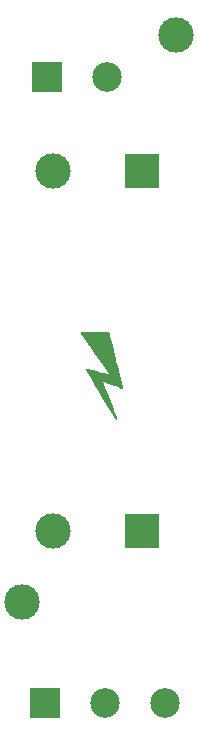
<source format=gbr>
%TF.GenerationSoftware,KiCad,Pcbnew,(6.0.6)*%
%TF.CreationDate,2023-06-07T09:40:16+01:00*%
%TF.ProjectId,DC_DC_Controller,44435f44-435f-4436-9f6e-74726f6c6c65,rev?*%
%TF.SameCoordinates,Original*%
%TF.FileFunction,Soldermask,Bot*%
%TF.FilePolarity,Negative*%
%FSLAX46Y46*%
G04 Gerber Fmt 4.6, Leading zero omitted, Abs format (unit mm)*
G04 Created by KiCad (PCBNEW (6.0.6)) date 2023-06-07 09:40:16*
%MOMM*%
%LPD*%
G01*
G04 APERTURE LIST*
%ADD10C,0.010000*%
%ADD11C,3.000000*%
%ADD12R,2.499360X2.499360*%
%ADD13C,2.499360*%
%ADD14R,3.000000X3.000000*%
G04 APERTURE END LIST*
%TO.C,J3*%
G36*
X153798069Y-98269082D02*
G01*
X153816274Y-98340273D01*
X153852835Y-98485225D01*
X153905650Y-98695542D01*
X153972618Y-98962826D01*
X154051637Y-99278682D01*
X154140605Y-99634712D01*
X154237421Y-100022520D01*
X154339983Y-100433709D01*
X154372878Y-100565665D01*
X154476052Y-100979276D01*
X154573562Y-101369562D01*
X154663397Y-101728515D01*
X154743545Y-102048126D01*
X154811994Y-102320387D01*
X154866734Y-102537289D01*
X154905752Y-102690824D01*
X154927037Y-102772984D01*
X154929911Y-102783346D01*
X154936706Y-102817532D01*
X154926929Y-102837650D01*
X154891968Y-102841065D01*
X154823214Y-102825144D01*
X154712056Y-102787252D01*
X154549885Y-102724754D01*
X154328089Y-102635015D01*
X154038059Y-102515402D01*
X153992478Y-102496520D01*
X153757307Y-102399847D01*
X153550456Y-102316299D01*
X153383994Y-102250630D01*
X153269990Y-102207591D01*
X153220512Y-102191934D01*
X153219470Y-102192134D01*
X153231455Y-102232825D01*
X153270632Y-102343239D01*
X153333561Y-102514170D01*
X153416798Y-102736413D01*
X153516903Y-103000762D01*
X153630434Y-103298010D01*
X153720761Y-103532950D01*
X153896176Y-103988349D01*
X154043113Y-104370793D01*
X154163784Y-104686235D01*
X154260398Y-104940632D01*
X154335165Y-105139938D01*
X154390295Y-105290106D01*
X154427999Y-105397093D01*
X154450487Y-105466851D01*
X154459968Y-105505336D01*
X154458653Y-105518503D01*
X154457795Y-105518665D01*
X154423472Y-105487367D01*
X154377255Y-105423415D01*
X154256399Y-105233286D01*
X154109775Y-104998203D01*
X153941882Y-104725724D01*
X153757220Y-104423411D01*
X153560288Y-104098821D01*
X153355586Y-103759513D01*
X153147614Y-103413047D01*
X152940870Y-103066982D01*
X152739855Y-102728877D01*
X152549068Y-102406291D01*
X152373009Y-102106783D01*
X152216177Y-101837913D01*
X152083071Y-101607239D01*
X151978192Y-101422320D01*
X151906038Y-101290717D01*
X151871109Y-101219986D01*
X151869104Y-101209783D01*
X151923173Y-101217425D01*
X152046788Y-101245330D01*
X152228088Y-101290484D01*
X152455214Y-101349876D01*
X152716306Y-101420492D01*
X152910706Y-101474366D01*
X153185692Y-101551177D01*
X153432236Y-101619793D01*
X153639080Y-101677102D01*
X153794967Y-101719990D01*
X153888639Y-101745346D01*
X153911222Y-101750999D01*
X153890131Y-101717325D01*
X153825143Y-101620621D01*
X153720708Y-101467359D01*
X153581279Y-101264014D01*
X153411306Y-101017059D01*
X153215240Y-100732969D01*
X152997531Y-100418216D01*
X152762632Y-100079275D01*
X152677060Y-99955958D01*
X152436640Y-99609125D01*
X152211483Y-99283391D01*
X152006104Y-98985349D01*
X151825013Y-98721592D01*
X151672725Y-98498713D01*
X151553751Y-98323303D01*
X151472605Y-98201956D01*
X151433798Y-98141265D01*
X151431051Y-98135624D01*
X151471581Y-98129014D01*
X151585962Y-98123049D01*
X151763378Y-98117963D01*
X151993015Y-98113993D01*
X152264057Y-98111373D01*
X152565688Y-98110339D01*
X152593586Y-98110332D01*
X153756121Y-98110332D01*
X153798069Y-98269082D01*
G37*
D10*
X153798069Y-98269082D02*
X153816274Y-98340273D01*
X153852835Y-98485225D01*
X153905650Y-98695542D01*
X153972618Y-98962826D01*
X154051637Y-99278682D01*
X154140605Y-99634712D01*
X154237421Y-100022520D01*
X154339983Y-100433709D01*
X154372878Y-100565665D01*
X154476052Y-100979276D01*
X154573562Y-101369562D01*
X154663397Y-101728515D01*
X154743545Y-102048126D01*
X154811994Y-102320387D01*
X154866734Y-102537289D01*
X154905752Y-102690824D01*
X154927037Y-102772984D01*
X154929911Y-102783346D01*
X154936706Y-102817532D01*
X154926929Y-102837650D01*
X154891968Y-102841065D01*
X154823214Y-102825144D01*
X154712056Y-102787252D01*
X154549885Y-102724754D01*
X154328089Y-102635015D01*
X154038059Y-102515402D01*
X153992478Y-102496520D01*
X153757307Y-102399847D01*
X153550456Y-102316299D01*
X153383994Y-102250630D01*
X153269990Y-102207591D01*
X153220512Y-102191934D01*
X153219470Y-102192134D01*
X153231455Y-102232825D01*
X153270632Y-102343239D01*
X153333561Y-102514170D01*
X153416798Y-102736413D01*
X153516903Y-103000762D01*
X153630434Y-103298010D01*
X153720761Y-103532950D01*
X153896176Y-103988349D01*
X154043113Y-104370793D01*
X154163784Y-104686235D01*
X154260398Y-104940632D01*
X154335165Y-105139938D01*
X154390295Y-105290106D01*
X154427999Y-105397093D01*
X154450487Y-105466851D01*
X154459968Y-105505336D01*
X154458653Y-105518503D01*
X154457795Y-105518665D01*
X154423472Y-105487367D01*
X154377255Y-105423415D01*
X154256399Y-105233286D01*
X154109775Y-104998203D01*
X153941882Y-104725724D01*
X153757220Y-104423411D01*
X153560288Y-104098821D01*
X153355586Y-103759513D01*
X153147614Y-103413047D01*
X152940870Y-103066982D01*
X152739855Y-102728877D01*
X152549068Y-102406291D01*
X152373009Y-102106783D01*
X152216177Y-101837913D01*
X152083071Y-101607239D01*
X151978192Y-101422320D01*
X151906038Y-101290717D01*
X151871109Y-101219986D01*
X151869104Y-101209783D01*
X151923173Y-101217425D01*
X152046788Y-101245330D01*
X152228088Y-101290484D01*
X152455214Y-101349876D01*
X152716306Y-101420492D01*
X152910706Y-101474366D01*
X153185692Y-101551177D01*
X153432236Y-101619793D01*
X153639080Y-101677102D01*
X153794967Y-101719990D01*
X153888639Y-101745346D01*
X153911222Y-101750999D01*
X153890131Y-101717325D01*
X153825143Y-101620621D01*
X153720708Y-101467359D01*
X153581279Y-101264014D01*
X153411306Y-101017059D01*
X153215240Y-100732969D01*
X152997531Y-100418216D01*
X152762632Y-100079275D01*
X152677060Y-99955958D01*
X152436640Y-99609125D01*
X152211483Y-99283391D01*
X152006104Y-98985349D01*
X151825013Y-98721592D01*
X151672725Y-98498713D01*
X151553751Y-98323303D01*
X151472605Y-98201956D01*
X151433798Y-98141265D01*
X151431051Y-98135624D01*
X151471581Y-98129014D01*
X151585962Y-98123049D01*
X151763378Y-98117963D01*
X151993015Y-98113993D01*
X152264057Y-98111373D01*
X152565688Y-98110339D01*
X152593586Y-98110332D01*
X153756121Y-98110332D01*
X153798069Y-98269082D01*
%TD*%
D11*
%TO.C,J2*%
X146500000Y-121000000D03*
X159500000Y-73000000D03*
%TD*%
D12*
%TO.C,J1*%
X148420000Y-129500000D03*
D13*
X153500000Y-129500000D03*
X158580000Y-129500000D03*
%TD*%
D12*
%TO.C,J6*%
X148590000Y-76500000D03*
D13*
X153670000Y-76500000D03*
%TD*%
D11*
%TO.C,DCDC1*%
X149105000Y-115000000D03*
D14*
X156605000Y-115000000D03*
X156605000Y-84500000D03*
D11*
X149105000Y-84500000D03*
%TD*%
M02*

</source>
